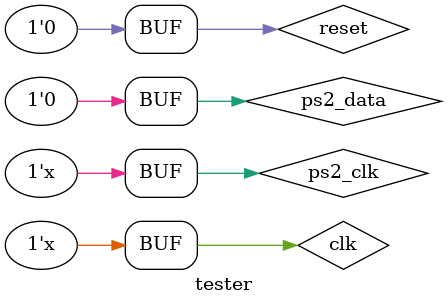
<source format=v>
`timescale 1ns / 1ps


module tester(
    );
    reg clk,reset,ps2_clk,ps2_data;
    wire [3:0] digital_selection;
    wire [7:0] segment_selection;
    wire hsync,vsync,video_on,p_tick;
    wire [11:0] color;
    wire [9:0] x,y;
    initial
        begin
            #0;
                clk=0;
                ps2_clk=0;
                ps2_data=0;
            #10;
                reset=1;
            #20;
                reset=0;
        end
   always
        begin
            #10 clk=~clk;
            #10 ps2_clk=~ps2_clk;
        end
        
   main main(clk,ps2_data,ps2_clk,reset,hsync,vsync,color,digital_selection,segment_selection);
endmodule

</source>
